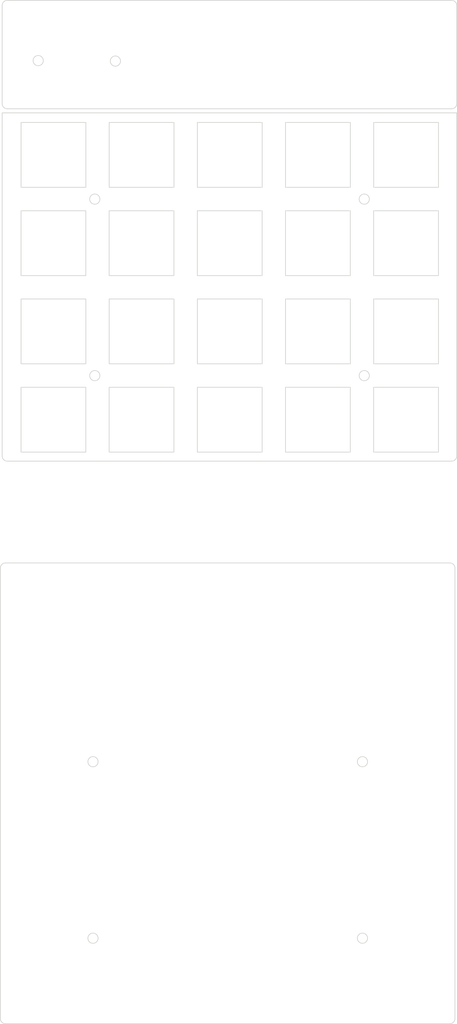
<source format=kicad_pcb>
(kicad_pcb (version 20171130) (host pcbnew "(5.1.6-0-10_14)")

  (general
    (thickness 1.6)
    (drawings 114)
    (tracks 0)
    (zones 0)
    (modules 0)
    (nets 1)
  )

  (page A3)
  (layers
    (0 F.Cu signal)
    (31 B.Cu signal)
    (32 B.Adhes user)
    (33 F.Adhes user)
    (34 B.Paste user)
    (35 F.Paste user)
    (36 B.SilkS user)
    (37 F.SilkS user)
    (38 B.Mask user)
    (39 F.Mask user)
    (40 Dwgs.User user)
    (41 Cmts.User user)
    (42 Eco1.User user)
    (43 Eco2.User user)
    (44 Edge.Cuts user)
    (45 Margin user)
    (46 B.CrtYd user)
    (47 F.CrtYd user)
    (48 B.Fab user)
    (49 F.Fab user)
  )

  (setup
    (last_trace_width 0.25)
    (trace_clearance 0.2)
    (zone_clearance 0.508)
    (zone_45_only no)
    (trace_min 0.2)
    (via_size 0.8)
    (via_drill 0.4)
    (via_min_size 0.4)
    (via_min_drill 0.3)
    (uvia_size 0.3)
    (uvia_drill 0.1)
    (uvias_allowed no)
    (uvia_min_size 0.2)
    (uvia_min_drill 0.1)
    (edge_width 0.15)
    (segment_width 0.2)
    (pcb_text_width 0.3)
    (pcb_text_size 1.5 1.5)
    (mod_edge_width 0.15)
    (mod_text_size 1 1)
    (mod_text_width 0.15)
    (pad_size 1.524 1.524)
    (pad_drill 0.762)
    (pad_to_mask_clearance 0.051)
    (solder_mask_min_width 0.25)
    (aux_axis_origin 0 0)
    (visible_elements 7FFFFFFF)
    (pcbplotparams
      (layerselection 0x010fc_ffffffff)
      (usegerberextensions false)
      (usegerberattributes false)
      (usegerberadvancedattributes false)
      (creategerberjobfile false)
      (excludeedgelayer true)
      (linewidth 0.100000)
      (plotframeref false)
      (viasonmask false)
      (mode 1)
      (useauxorigin false)
      (hpglpennumber 1)
      (hpglpenspeed 20)
      (hpglpendiameter 15.000000)
      (psnegative false)
      (psa4output false)
      (plotreference true)
      (plotvalue true)
      (plotinvisibletext false)
      (padsonsilk false)
      (subtractmaskfromsilk false)
      (outputformat 1)
      (mirror false)
      (drillshape 1)
      (scaleselection 1)
      (outputdirectory ""))
  )

  (net 0 "")

  (net_class Default "これはデフォルトのネット クラスです。"
    (clearance 0.2)
    (trace_width 0.25)
    (via_dia 0.8)
    (via_drill 0.4)
    (uvia_dia 0.3)
    (uvia_drill 0.1)
  )

  (gr_circle (center 151.12 -17.92) (end 152.22 -17.92) (layer Edge.Cuts) (width 0.15) (tstamp 62180AA4))
  (gr_arc (start 223.77 -8.74) (end 223.77 -7.62) (angle -90) (layer Edge.Cuts) (width 0.15) (tstamp 621805B8))
  (gr_arc (start 127.77 -8.74) (end 126.65 -8.74) (angle -90) (layer Edge.Cuts) (width 0.15) (tstamp 6218059C))
  (gr_line (start 224.5 91.53) (end 224.5 110.61) (layer Edge.Cuts) (width 0.15) (tstamp 62180488))
  (gr_circle (center 204.51 171.42) (end 205.61 171.42) (layer Edge.Cuts) (width 0.15) (tstamp 62180479))
  (gr_circle (center 146.28 171.42) (end 147.38 171.42) (layer Edge.Cuts) (width 0.15) (tstamp 62180477))
  (gr_line (start 224.5 188.76) (end 224.5 110.61) (layer Edge.Cuts) (width 0.15) (tstamp 62180436))
  (gr_line (start 223.38 90.41) (end 127.38 90.41) (layer Edge.Cuts) (width 0.15) (tstamp 62180435))
  (gr_line (start 126.26 97.04) (end 126.26 188.76) (layer Edge.Cuts) (width 0.15) (tstamp 62180434))
  (gr_line (start 127.38 189.88) (end 223.38 189.88) (layer Edge.Cuts) (width 0.15) (tstamp 62180433))
  (gr_circle (center 204.51 133.32) (end 205.61 133.32) (layer Edge.Cuts) (width 0.15) (tstamp 6218041A))
  (gr_circle (center 146.28 133.32) (end 147.38 133.32) (layer Edge.Cuts) (width 0.15) (tstamp 62180411))
  (gr_line (start 126.26 91.53) (end 126.26 97.04) (layer Edge.Cuts) (width 0.15) (tstamp 621803EE))
  (gr_arc (start 127.38 91.53) (end 127.38 90.41) (angle -90) (layer Edge.Cuts) (width 0.15) (tstamp 621803E9))
  (gr_arc (start 223.38 91.53) (end 224.5 91.53) (angle -90) (layer Edge.Cuts) (width 0.15) (tstamp 621803E8))
  (gr_arc (start 223.38 188.76) (end 223.38 189.88) (angle -90) (layer Edge.Cuts) (width 0.15) (tstamp 621803E7))
  (gr_arc (start 127.38 188.76) (end 126.26 188.76) (angle -90) (layer Edge.Cuts) (width 0.15) (tstamp 621803E6))
  (gr_line (start 149.78 9.33) (end 163.78 9.33) (layer Edge.Cuts) (width 0.15) (tstamp 621800A8))
  (gr_line (start 149.77 52.49) (end 149.77 66.49) (layer Edge.Cuts) (width 0.15) (tstamp 621800A7))
  (gr_line (start 130.74 47.43) (end 144.74 47.43) (layer Edge.Cuts) (width 0.15) (tstamp 621800A6))
  (gr_line (start 130.74 33.43) (end 130.74 47.43) (layer Edge.Cuts) (width 0.15) (tstamp 6218004B))
  (gr_line (start 130.73 14.39) (end 130.73 28.39) (layer Edge.Cuts) (width 0.15) (tstamp 6218004A))
  (gr_line (start 149.78 47.43) (end 163.78 47.43) (layer Edge.Cuts) (width 0.15) (tstamp 62180049))
  (gr_line (start 149.78 33.43) (end 149.78 47.43) (layer Edge.Cuts) (width 0.15) (tstamp 62180048))
  (gr_line (start 149.77 14.39) (end 149.77 28.39) (layer Edge.Cuts) (width 0.15) (tstamp 62180047))
  (gr_line (start 163.78 33.43) (end 149.78 33.43) (layer Edge.Cuts) (width 0.15) (tstamp 62180046))
  (gr_line (start 126.65 -29.91) (end 126.65 -8.74) (layer Edge.Cuts) (width 0.15) (tstamp 62180045))
  (gr_line (start 127.77 -7.62) (end 223.77 -7.62) (layer Edge.Cuts) (width 0.15) (tstamp 62180043))
  (gr_circle (center 146.67 11.88) (end 147.77 11.88) (layer Edge.Cuts) (width 0.15) (tstamp 62180041))
  (gr_line (start 220.93 28.39) (end 220.93 14.39) (layer Edge.Cuts) (width 0.15) (tstamp 6218003C))
  (gr_line (start 220.94 33.43) (end 206.94 33.43) (layer Edge.Cuts) (width 0.15) (tstamp 6218003B))
  (gr_line (start 163.77 28.39) (end 163.77 14.39) (layer Edge.Cuts) (width 0.15) (tstamp 6218003A))
  (gr_line (start 163.77 14.39) (end 149.77 14.39) (layer Edge.Cuts) (width 0.15) (tstamp 62180039))
  (gr_line (start 149.78 -4.67) (end 149.78 9.33) (layer Edge.Cuts) (width 0.15) (tstamp 62180038))
  (gr_line (start 149.77 28.39) (end 163.77 28.39) (layer Edge.Cuts) (width 0.15) (tstamp 62180037))
  (gr_line (start 163.77 66.49) (end 163.77 52.49) (layer Edge.Cuts) (width 0.15) (tstamp 62180034))
  (gr_line (start 163.78 47.43) (end 163.78 33.43) (layer Edge.Cuts) (width 0.15) (tstamp 62180033))
  (gr_circle (center 204.9 11.88) (end 206 11.88) (layer Edge.Cuts) (width 0.15) (tstamp 62180031))
  (gr_line (start 201.88 52.49) (end 187.88 52.49) (layer Edge.Cuts) (width 0.15) (tstamp 62180030))
  (gr_line (start 220.93 66.49) (end 220.93 52.49) (layer Edge.Cuts) (width 0.15) (tstamp 6218002F))
  (gr_line (start 220.94 47.43) (end 220.94 33.43) (layer Edge.Cuts) (width 0.15) (tstamp 6218002E))
  (gr_line (start 206.93 66.49) (end 220.93 66.49) (layer Edge.Cuts) (width 0.15) (tstamp 6218002D))
  (gr_line (start 206.94 9.33) (end 220.94 9.33) (layer Edge.Cuts) (width 0.15) (tstamp 6218002C))
  (gr_line (start 206.93 52.49) (end 206.93 66.49) (layer Edge.Cuts) (width 0.15) (tstamp 6218002B))
  (gr_line (start 206.94 47.43) (end 220.94 47.43) (layer Edge.Cuts) (width 0.15) (tstamp 6218002A))
  (gr_line (start 220.93 52.49) (end 206.93 52.49) (layer Edge.Cuts) (width 0.15) (tstamp 62180028))
  (gr_line (start 206.94 33.43) (end 206.94 47.43) (layer Edge.Cuts) (width 0.15) (tstamp 62180027))
  (gr_line (start 206.93 14.39) (end 206.93 28.39) (layer Edge.Cuts) (width 0.15) (tstamp 62180026))
  (gr_line (start 220.94 9.33) (end 220.94 -4.67) (layer Edge.Cuts) (width 0.15) (tstamp 62180025))
  (gr_line (start 220.94 -4.67) (end 206.94 -4.67) (layer Edge.Cuts) (width 0.15) (tstamp 62180024))
  (gr_line (start 220.93 14.39) (end 206.93 14.39) (layer Edge.Cuts) (width 0.15) (tstamp 62180023))
  (gr_line (start 206.94 -4.67) (end 206.94 9.33) (layer Edge.Cuts) (width 0.15) (tstamp 62180022))
  (gr_line (start 206.93 28.39) (end 220.93 28.39) (layer Edge.Cuts) (width 0.15) (tstamp 62180021))
  (gr_line (start 130.74 -4.67) (end 130.74 9.33) (layer Edge.Cuts) (width 0.15) (tstamp 62180020))
  (gr_line (start 224.89 67.32) (end 224.89 -6.74) (layer Edge.Cuts) (width 0.15) (tstamp 6218001C))
  (gr_line (start 223.77 -31.03) (end 127.77 -31.03) (layer Edge.Cuts) (width 0.15) (tstamp 6218001B))
  (gr_line (start 126.65 -6.74) (end 126.65 67.32) (layer Edge.Cuts) (width 0.15) (tstamp 6218001A))
  (gr_line (start 127.77 68.44) (end 223.77 68.44) (layer Edge.Cuts) (width 0.15) (tstamp 62180019))
  (gr_arc (start 127.77 -29.91) (end 127.77 -31.03) (angle -90) (layer Edge.Cuts) (width 0.15) (tstamp 62180012))
  (gr_arc (start 223.77 -29.91) (end 224.89 -29.91) (angle -90) (layer Edge.Cuts) (width 0.15) (tstamp 62180011))
  (gr_arc (start 223.77 67.32) (end 223.77 68.44) (angle -90) (layer Edge.Cuts) (width 0.15) (tstamp 62180010))
  (gr_arc (start 127.77 67.32) (end 126.65 67.32) (angle -90) (layer Edge.Cuts) (width 0.15) (tstamp 6218000F))
  (gr_line (start 224.89 -29.91) (end 224.89 -8.74) (layer Edge.Cuts) (width 0.15) (tstamp 62180009))
  (gr_line (start 130.73 28.39) (end 144.73 28.39) (layer Edge.Cuts) (width 0.15) (tstamp 62180007))
  (gr_line (start 144.73 28.39) (end 144.73 14.39) (layer Edge.Cuts) (width 0.15) (tstamp 6217FFFF))
  (gr_line (start 144.73 14.39) (end 130.73 14.39) (layer Edge.Cuts) (width 0.15) (tstamp 6217FFFE))
  (gr_circle (center 134.44 -18.02) (end 135.54 -18.02) (layer Edge.Cuts) (width 0.15) (tstamp 6217FFFD))
  (gr_line (start 130.74 9.33) (end 144.74 9.33) (layer Edge.Cuts) (width 0.15) (tstamp 6217FFFC))
  (gr_line (start 130.73 52.49) (end 130.73 66.49) (layer Edge.Cuts) (width 0.15) (tstamp 6217FFFB))
  (gr_circle (center 204.9 49.98) (end 206 49.98) (layer Edge.Cuts) (width 0.15) (tstamp 6217FFFA))
  (gr_line (start 144.74 -4.67) (end 130.74 -4.67) (layer Edge.Cuts) (width 0.15) (tstamp 6217FFF9))
  (gr_circle (center 146.67 49.98) (end 147.77 49.98) (layer Edge.Cuts) (width 0.15) (tstamp 6217FFF8))
  (gr_line (start 224.89 -6.74) (end 126.65 -6.74) (layer Edge.Cuts) (width 0.15) (tstamp 6217FFF6))
  (gr_line (start 149.77 66.49) (end 163.77 66.49) (layer Edge.Cuts) (width 0.15) (tstamp 6217FFF5))
  (gr_line (start 163.78 9.33) (end 163.78 -4.67) (layer Edge.Cuts) (width 0.15) (tstamp 6217FFF4))
  (gr_line (start 163.78 -4.67) (end 149.78 -4.67) (layer Edge.Cuts) (width 0.15) (tstamp 6217FFF3))
  (gr_line (start 163.77 52.49) (end 149.77 52.49) (layer Edge.Cuts) (width 0.15) (tstamp 6217FFF2))
  (gr_line (start 144.73 52.49) (end 130.73 52.49) (layer Edge.Cuts) (width 0.15) (tstamp 6217FFF1))
  (gr_line (start 144.73 66.49) (end 144.73 52.49) (layer Edge.Cuts) (width 0.15) (tstamp 6217FFF0))
  (gr_line (start 144.74 47.43) (end 144.74 33.43) (layer Edge.Cuts) (width 0.15) (tstamp 6217FFEF))
  (gr_line (start 130.73 66.49) (end 144.73 66.49) (layer Edge.Cuts) (width 0.15) (tstamp 6217FFEE))
  (gr_line (start 144.74 9.33) (end 144.74 -4.67) (layer Edge.Cuts) (width 0.15) (tstamp 6217FFED))
  (gr_line (start 182.84 33.43) (end 168.84 33.43) (layer Edge.Cuts) (width 0.15) (tstamp 6217FFEC))
  (gr_line (start 182.83 28.39) (end 182.83 14.39) (layer Edge.Cuts) (width 0.15) (tstamp 6217FFEB))
  (gr_line (start 182.83 14.39) (end 168.83 14.39) (layer Edge.Cuts) (width 0.15) (tstamp 6217FFEA))
  (gr_line (start 168.84 -4.67) (end 168.84 9.33) (layer Edge.Cuts) (width 0.15) (tstamp 6217FFE9))
  (gr_line (start 168.83 28.39) (end 182.83 28.39) (layer Edge.Cuts) (width 0.15) (tstamp 6217FFE8))
  (gr_line (start 182.83 66.49) (end 182.83 52.49) (layer Edge.Cuts) (width 0.15) (tstamp 6217FFE7))
  (gr_line (start 182.84 47.43) (end 182.84 33.43) (layer Edge.Cuts) (width 0.15) (tstamp 6217FFE6))
  (gr_line (start 168.83 66.49) (end 182.83 66.49) (layer Edge.Cuts) (width 0.15) (tstamp 6217FFE5))
  (gr_line (start 187.89 33.43) (end 187.89 47.43) (layer Edge.Cuts) (width 0.15) (tstamp 6217FFE4))
  (gr_line (start 187.88 14.39) (end 187.88 28.39) (layer Edge.Cuts) (width 0.15) (tstamp 6217FFE3))
  (gr_line (start 201.89 9.33) (end 201.89 -4.67) (layer Edge.Cuts) (width 0.15) (tstamp 6217FFE2))
  (gr_line (start 201.89 -4.67) (end 187.89 -4.67) (layer Edge.Cuts) (width 0.15) (tstamp 6217FFE1))
  (gr_line (start 201.88 14.39) (end 187.88 14.39) (layer Edge.Cuts) (width 0.15) (tstamp 6217FFDF))
  (gr_line (start 187.89 -4.67) (end 187.89 9.33) (layer Edge.Cuts) (width 0.15) (tstamp 6217FFDE))
  (gr_line (start 187.88 28.39) (end 201.88 28.39) (layer Edge.Cuts) (width 0.15) (tstamp 6217FFDD))
  (gr_line (start 201.88 66.49) (end 201.88 52.49) (layer Edge.Cuts) (width 0.15) (tstamp 6217FFDC))
  (gr_line (start 201.89 47.43) (end 201.89 33.43) (layer Edge.Cuts) (width 0.15) (tstamp 6217FFDB))
  (gr_line (start 187.88 66.49) (end 201.88 66.49) (layer Edge.Cuts) (width 0.15) (tstamp 6217FFDA))
  (gr_line (start 187.89 9.33) (end 201.89 9.33) (layer Edge.Cuts) (width 0.15) (tstamp 6217FFD9))
  (gr_line (start 187.88 52.49) (end 187.88 66.49) (layer Edge.Cuts) (width 0.15) (tstamp 6217FFD8))
  (gr_line (start 187.89 47.43) (end 201.89 47.43) (layer Edge.Cuts) (width 0.15) (tstamp 6217FFD7))
  (gr_line (start 168.84 9.33) (end 182.84 9.33) (layer Edge.Cuts) (width 0.15) (tstamp 6217FFD6))
  (gr_line (start 168.83 52.49) (end 168.83 66.49) (layer Edge.Cuts) (width 0.15) (tstamp 6217FFD5))
  (gr_line (start 168.84 47.43) (end 182.84 47.43) (layer Edge.Cuts) (width 0.15) (tstamp 6217FFD4))
  (gr_line (start 168.84 33.43) (end 168.84 47.43) (layer Edge.Cuts) (width 0.15) (tstamp 6217FFD3))
  (gr_line (start 168.83 14.39) (end 168.83 28.39) (layer Edge.Cuts) (width 0.15) (tstamp 6217FFD2))
  (gr_line (start 182.84 9.33) (end 182.84 -4.67) (layer Edge.Cuts) (width 0.15) (tstamp 6217FFD1))
  (gr_line (start 182.84 -4.67) (end 168.84 -4.67) (layer Edge.Cuts) (width 0.15) (tstamp 6217FFD0))
  (gr_line (start 144.74 33.43) (end 130.74 33.43) (layer Edge.Cuts) (width 0.15) (tstamp 6217FFCF))
  (gr_line (start 182.83 52.49) (end 168.83 52.49) (layer Edge.Cuts) (width 0.15) (tstamp 6217FFCE))
  (gr_line (start 201.89 33.43) (end 187.89 33.43) (layer Edge.Cuts) (width 0.15) (tstamp 6217FFCD))
  (gr_line (start 201.88 28.39) (end 201.88 14.39) (layer Edge.Cuts) (width 0.15) (tstamp 6217FFCC))

)

</source>
